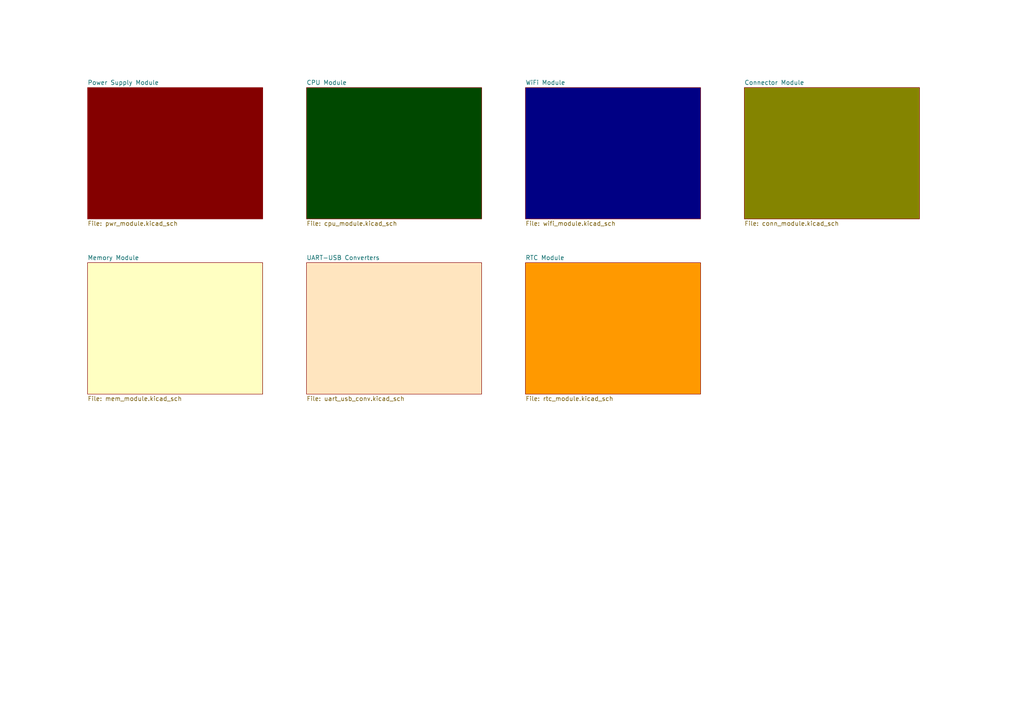
<source format=kicad_sch>
(kicad_sch
	(version 20231120)
	(generator "eeschema")
	(generator_version "8.0")
	(uuid "ee4e0941-1c36-4545-8b22-b979d73b3a97")
	(paper "A4")
	(title_block
		(title "MB02A1")
		(date "2025-01-18")
		(rev "A1")
	)
	(lib_symbols)
	(sheet
		(at 152.4 25.4)
		(size 50.8 38.1)
		(fields_autoplaced yes)
		(stroke
			(width 0.1524)
			(type solid)
		)
		(fill
			(color 0 0 132 1.0000)
		)
		(uuid "27869566-fa24-4e10-9012-10a05996ae4f")
		(property "Sheetname" "WiFi Module"
			(at 152.4 24.6884 0)
			(effects
				(font
					(size 1.27 1.27)
				)
				(justify left bottom)
			)
		)
		(property "Sheetfile" "wifi_module.kicad_sch"
			(at 152.4 64.0846 0)
			(effects
				(font
					(size 1.27 1.27)
				)
				(justify left top)
			)
		)
		(instances
			(project "mb02a1"
				(path "/ee4e0941-1c36-4545-8b22-b979d73b3a97"
					(page "6")
				)
			)
		)
	)
	(sheet
		(at 88.9 76.2)
		(size 50.8 38.1)
		(fields_autoplaced yes)
		(stroke
			(width 0.1524)
			(type solid)
		)
		(fill
			(color 255 229 191 1.0000)
		)
		(uuid "3d9b12b7-5d60-4d47-8c8e-90cbf46ce5f6")
		(property "Sheetname" "UART-USB Converters"
			(at 88.9 75.4884 0)
			(effects
				(font
					(size 1.27 1.27)
				)
				(justify left bottom)
			)
		)
		(property "Sheetfile" "uart_usb_conv.kicad_sch"
			(at 88.9 114.8846 0)
			(effects
				(font
					(size 1.27 1.27)
				)
				(justify left top)
			)
		)
		(instances
			(project "mb02a1"
				(path "/ee4e0941-1c36-4545-8b22-b979d73b3a97"
					(page "3")
				)
			)
		)
	)
	(sheet
		(at 152.4 76.2)
		(size 50.8 38.1)
		(fields_autoplaced yes)
		(stroke
			(width 0.1524)
			(type solid)
		)
		(fill
			(color 255 153 0 1.0000)
		)
		(uuid "745151e3-e35f-43de-a201-9fb61ea4fc9d")
		(property "Sheetname" "RTC Module"
			(at 152.4 75.4884 0)
			(effects
				(font
					(size 1.27 1.27)
				)
				(justify left bottom)
			)
		)
		(property "Sheetfile" "rtc_module.kicad_sch"
			(at 152.4 114.8846 0)
			(effects
				(font
					(size 1.27 1.27)
				)
				(justify left top)
			)
		)
		(instances
			(project "mb02a1"
				(path "/ee4e0941-1c36-4545-8b22-b979d73b3a97"
					(page "7")
				)
			)
		)
	)
	(sheet
		(at 215.9 25.4)
		(size 50.8 38.1)
		(fields_autoplaced yes)
		(stroke
			(width 0.1524)
			(type solid)
		)
		(fill
			(color 132 132 0 1.0000)
		)
		(uuid "8ff67ddf-6608-4294-a460-11103f32093f")
		(property "Sheetname" "Connector Module"
			(at 215.9 24.6884 0)
			(effects
				(font
					(size 1.27 1.27)
				)
				(justify left bottom)
			)
		)
		(property "Sheetfile" "conn_module.kicad_sch"
			(at 215.9 64.0846 0)
			(effects
				(font
					(size 1.27 1.27)
				)
				(justify left top)
			)
		)
		(instances
			(project "mb02a1"
				(path "/ee4e0941-1c36-4545-8b22-b979d73b3a97"
					(page "8")
				)
			)
		)
	)
	(sheet
		(at 88.9 25.4)
		(size 50.8 38.1)
		(fields_autoplaced yes)
		(stroke
			(width 0.1524)
			(type solid)
		)
		(fill
			(color 0 72 0 1.0000)
		)
		(uuid "aeb6b597-26fb-4829-a01f-c024d1928fdc")
		(property "Sheetname" "CPU Module"
			(at 88.9 24.6884 0)
			(effects
				(font
					(size 1.27 1.27)
				)
				(justify left bottom)
			)
		)
		(property "Sheetfile" "cpu_module.kicad_sch"
			(at 88.9 64.0846 0)
			(effects
				(font
					(size 1.27 1.27)
				)
				(justify left top)
			)
		)
		(instances
			(project "mb02a1"
				(path "/ee4e0941-1c36-4545-8b22-b979d73b3a97"
					(page "5")
				)
			)
		)
	)
	(sheet
		(at 25.4 76.2)
		(size 50.8 38.1)
		(fields_autoplaced yes)
		(stroke
			(width 0.1524)
			(type solid)
		)
		(fill
			(color 255 255 194 1.0000)
		)
		(uuid "b9c17cec-5b94-45c5-962d-af5c69f56587")
		(property "Sheetname" "Memory Module"
			(at 25.4 75.4884 0)
			(effects
				(font
					(size 1.27 1.27)
				)
				(justify left bottom)
			)
		)
		(property "Sheetfile" "mem_module.kicad_sch"
			(at 25.4 114.8846 0)
			(effects
				(font
					(size 1.27 1.27)
				)
				(justify left top)
			)
		)
		(instances
			(project "mb02a1"
				(path "/ee4e0941-1c36-4545-8b22-b979d73b3a97"
					(page "4")
				)
			)
		)
	)
	(sheet
		(at 25.4 25.4)
		(size 50.8 38.1)
		(fields_autoplaced yes)
		(stroke
			(width 0.1524)
			(type solid)
		)
		(fill
			(color 132 0 0 1.0000)
		)
		(uuid "c17459ea-fd75-4a33-b501-4f0ee6f3a833")
		(property "Sheetname" "Power Supply Module"
			(at 25.4 24.6884 0)
			(effects
				(font
					(size 1.27 1.27)
				)
				(justify left bottom)
			)
		)
		(property "Sheetfile" "pwr_module.kicad_sch"
			(at 25.4 64.0846 0)
			(effects
				(font
					(size 1.27 1.27)
				)
				(justify left top)
			)
		)
		(instances
			(project "mb02a1"
				(path "/ee4e0941-1c36-4545-8b22-b979d73b3a97"
					(page "2")
				)
			)
		)
	)
	(sheet_instances
		(path "/"
			(page "1")
		)
	)
)

</source>
